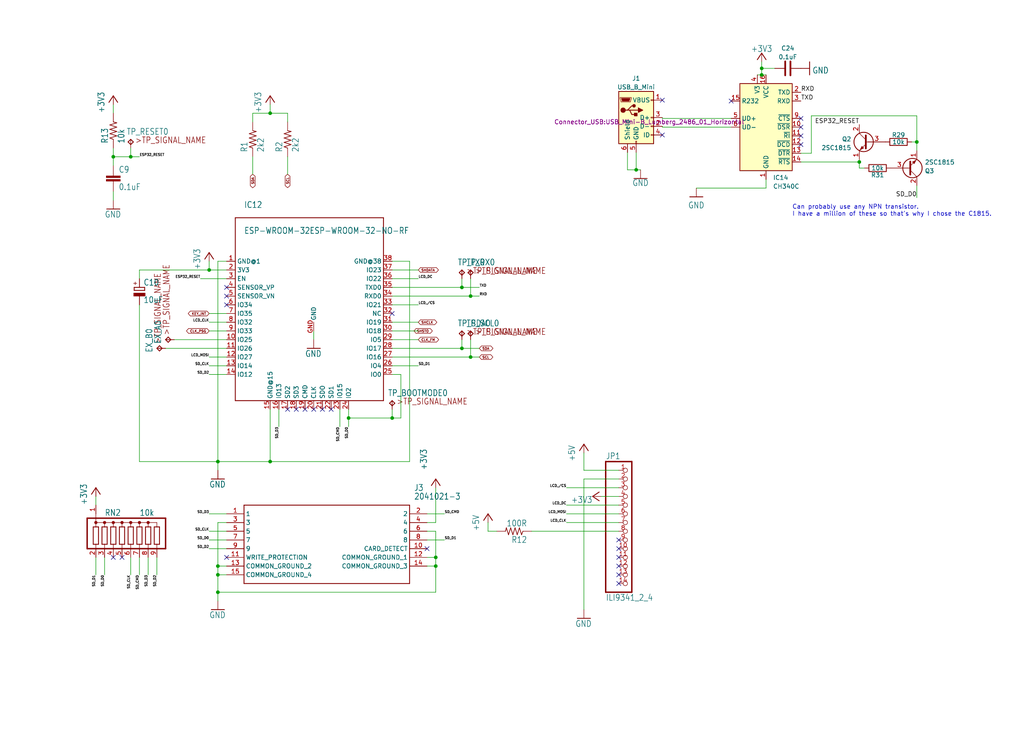
<source format=kicad_sch>
(kicad_sch (version 20230121) (generator eeschema)
  (paper "User" 298.45 217.881)
  (lib_symbols
    (symbol "Connector:USB_B_Mini" (pin_names (offset 1.016))
      (property "Reference" "J" (at -5.08 11.43 0))
      (property "Value" "USB_B_Mini" (at -5.08 8.89 0))
      (symbol "USB_B_Mini_0_1"
        (rectangle (start -5.08 -7.62) (end 5.08 7.62) (stroke (width 0.254)) (fill (type background)))
        (circle (center -3.81 2.159) (radius 0.635) (stroke (width 0.254)) (fill (type outline)))
        (circle (center -0.635 3.429) (radius 0.381) (stroke (width 0.254)) (fill (type outline)))
        (rectangle (start -0.127 -7.62) (end 0.127 -6.858))
        (polyline (pts (xy -1.905 2.159) (xy 0.635 2.159)) (stroke (width 0.254)))
        (polyline (pts (xy -3.175 2.159) (xy -2.54 2.159) (xy -1.27 3.429) (xy -0.635 3.429)) (stroke (width 0.254)))
        (polyline (pts (xy -2.54 2.159) (xy -1.905 2.159) (xy -1.27 0.889) (xy 0 0.889)) (stroke (width 0.254)))
        (polyline (pts (xy 0.635 2.794) (xy 0.635 1.524) (xy 1.905 2.159) (xy 0.635 2.794)) (stroke (width 0.254)) (fill (type outline)))
        (polyline (pts (xy -4.318 5.588) (xy -1.778 5.588) (xy -2.032 4.826) (xy -4.064 4.826) (xy -4.318 5.588)) (fill (type outline)))
        (polyline (pts (xy -4.699 5.842) (xy -4.699 5.588) (xy -4.445 4.826) (xy -4.445 4.572) (xy -1.651 4.572) (xy -1.651 4.826) (xy -1.397 5.588) (xy -1.397 5.842) (xy -4.699 5.842)))
        (rectangle (start 0.254 1.27) (end -0.508 0.508) (stroke (width 0.254)) (fill (type outline)))
        (rectangle (start 5.08 -5.207) (end 4.318 -4.953))
        (rectangle (start 5.08 -2.667) (end 4.318 -2.413))
        (rectangle (start 5.08 -0.127) (end 4.318 0.127))
        (rectangle (start 5.08 4.953) (end 4.318 5.207))
      )
      (symbol "USB_B_Mini_1_1"
        (pin power_out line (at 7.62 5.08 180) (length 2.54) (name "VBUS") (number "1"))
        (pin bidirectional line (at 7.62 -2.54 180) (length 2.54) (name "D-") (number "2"))
        (pin bidirectional line (at 7.62 0 180) (length 2.54) (name "D+") (number "3"))
        (pin passive line (at 7.62 -5.08 180) (length 2.54) (name "ID") (number "4"))
        (pin power_out line (at 0 -10.16 90) (length 2.54) (name "GND") (number "5"))
        (pin passive line (at -2.54 -10.16 90) (length 2.54) (name "Shield") (number "6"))
      )
    )
    (symbol "Device:C" (pin_numbers hide) (pin_names (offset 0.254))
      (property "Reference" "C" (at 0.635 2.54 0))
      (property "Value" "C" (at 0.635 -2.54 0))
      (symbol "C_0_1"
        (polyline (pts (xy -2.032 -0.762) (xy 2.032 -0.762)) (stroke (width 0.508)))
        (polyline (pts (xy -2.032 0.762) (xy 2.032 0.762)) (stroke (width 0.508)))
      )
      (symbol "C_1_1"
        (pin passive line (at 0 3.81 270) (length 2.794) (name "~") (number "1"))
        (pin passive line (at 0 -3.81 90) (length 2.794) (name "~") (number "2"))
      )
    )
    (symbol "Device:R" (pin_numbers hide) (pin_names (offset 0))
      (property "Reference" "R" (at 2.032 0 90))
      (property "Value" "R" (at 0 0 90))
      (symbol "R_0_1"
        (rectangle (start -1.016 -2.54) (end 1.016 2.54) (stroke (width 0.254)))
      )
      (symbol "R_1_1"
        (pin passive line (at 0 3.81 270) (length 1.27) (name "~") (number "1"))
        (pin passive line (at 0 -3.81 90) (length 1.27) (name "~") (number "2"))
      )
    )
    (symbol "Interface_USB:CH340C"
      (property "Reference" "U" (at -5.08 13.97 0))
      (property "Value" "CH340C" (at 1.27 13.97 0))
      (symbol "CH340C_0_1"
        (rectangle (start -7.62 12.7) (end 7.62 -12.7) (stroke (width 0.254)) (fill (type background)))
      )
      (symbol "CH340C_1_1"
        (pin power_in line (at 0 -15.24 90) (length 2.54) (name "GND") (number "1"))
        (pin input line (at 10.16 0 180) (length 2.54) (name "~{DSR}") (number "10"))
        (pin input line (at 10.16 -2.54 180) (length 2.54) (name "~{RI}") (number "11"))
        (pin input line (at 10.16 -5.08 180) (length 2.54) (name "~{DCD}") (number "12"))
        (pin output line (at 10.16 -7.62 180) (length 2.54) (name "~{DTR}") (number "13"))
        (pin output line (at 10.16 -10.16 180) (length 2.54) (name "~{RTS}") (number "14"))
        (pin input line (at -10.16 7.62 0) (length 2.54) (name "R232") (number "15"))
        (pin power_in line (at 0 15.24 270) (length 2.54) (name "VCC") (number "16"))
        (pin output line (at 10.16 10.16 180) (length 2.54) (name "TXD") (number "2"))
        (pin input line (at 10.16 7.62 180) (length 2.54) (name "RXD") (number "3"))
        (pin passive line (at -2.54 15.24 270) (length 2.54) (name "V3") (number "4"))
        (pin bidirectional line (at -10.16 2.54 0) (length 2.54) (name "UD+") (number "5"))
        (pin bidirectional line (at -10.16 0 0) (length 2.54) (name "UD-") (number "6"))
        (pin no_connect line (at -7.62 -7.62 0) (length 2.54) hide (name "NC") (number "7"))
        (pin no_connect line (at -7.62 -10.16 0) (length 2.54) hide (name "NC") (number "8"))
        (pin input line (at 10.16 2.54 180) (length 2.54) (name "~{CTS}") (number "9"))
      )
    )
    (symbol "MegaGRRLDesktop-eagle-import:+3V3" (power)
      (property "Value" "+3V3" (at -2.54 -5.08 90))
      (symbol "+3V3_1_0"
        (polyline (pts (xy 0 0) (xy -1.27 -1.905)) (stroke (width 0.254)))
        (polyline (pts (xy 1.27 -1.905) (xy 0 0)) (stroke (width 0.254)))
        (pin power_in line (at 0 -2.54 90) (length 2.54) (name "+3V3") (number "1"))
      )
    )
    (symbol "MegaGRRLDesktop-eagle-import:+5V" (power)
      (property "Value" "+5V" (at -2.54 -5.08 90))
      (symbol "+5V_1_0"
        (polyline (pts (xy 0 0) (xy -1.27 -1.905)) (stroke (width 0.254)))
        (polyline (pts (xy 1.27 -1.905) (xy 0 0)) (stroke (width 0.254)))
        (pin power_in line (at 0 -2.54 90) (length 2.54) (name "+5V") (number "1"))
      )
    )
    (symbol "MegaGRRLDesktop-eagle-import:2041021-3"
      (property "Reference" "J" (at 54.61 7.62 0))
      (property "Value" "2041021-3" (at 54.61 5.08 0))
      (symbol "2041021-3_1_0"
        (polyline (pts (xy 5.08 2.54) (xy 5.08 -20.32)) (stroke (width 0.254)))
        (polyline (pts (xy 5.08 2.54) (xy 53.34 2.54)) (stroke (width 0.254)))
        (polyline (pts (xy 53.34 -20.32) (xy 5.08 -20.32)) (stroke (width 0.254)))
        (polyline (pts (xy 53.34 -20.32) (xy 53.34 2.54)) (stroke (width 0.254)))
        (pin bidirectional line (at 0 0 0) (length 5.08) (name "1") (number "1"))
        (pin bidirectional line (at 58.42 -10.16 180) (length 5.08) (name "CARD_DETECT") (number "10"))
        (pin bidirectional line (at 0 -12.7 0) (length 5.08) (name "WRITE_PROTECTION") (number "11"))
        (pin bidirectional line (at 58.42 -12.7 180) (length 5.08) (name "COMMON_GROUND_1") (number "12"))
        (pin bidirectional line (at 0 -15.24 0) (length 5.08) (name "COMMON_GROUND_2") (number "13"))
        (pin bidirectional line (at 58.42 -15.24 180) (length 5.08) (name "COMMON_GROUND_3") (number "14"))
        (pin bidirectional line (at 0 -17.78 0) (length 5.08) (name "COMMON_GROUND_4") (number "15"))
        (pin bidirectional line (at 58.42 0 180) (length 5.08) (name "2") (number "2"))
        (pin bidirectional line (at 0 -2.54 0) (length 5.08) (name "3") (number "3"))
        (pin bidirectional line (at 58.42 -2.54 180) (length 5.08) (name "4") (number "4"))
        (pin bidirectional line (at 0 -5.08 0) (length 5.08) (name "5") (number "5"))
        (pin bidirectional line (at 58.42 -5.08 180) (length 5.08) (name "6") (number "6"))
        (pin bidirectional line (at 0 -7.62 0) (length 5.08) (name "7") (number "7"))
        (pin bidirectional line (at 58.42 -7.62 180) (length 5.08) (name "8") (number "8"))
        (pin bidirectional line (at 0 -10.16 0) (length 5.08) (name "9") (number "9"))
      )
    )
    (symbol "MegaGRRLDesktop-eagle-import:C-EU025-024X044"
      (property "Reference" "C" (at 1.524 0.381 0))
      (property "Value" "C-EU025-024X044" (at 1.524 -4.699 0))
      (symbol "C-EU025-024X044_1_0"
        (rectangle (start -2.032 -2.032) (end 2.032 -1.524) (fill (type outline)))
        (rectangle (start -2.032 -1.016) (end 2.032 -0.508) (fill (type outline)))
        (polyline (pts (xy 0 -2.54) (xy 0 -2.032)) (stroke (width 0.1524)))
        (polyline (pts (xy 0 0) (xy 0 -0.508)) (stroke (width 0.1524)))
        (pin passive line (at 0 2.54 270) (length 2.54) (name "1") (number "1"))
        (pin passive line (at 0 -5.08 90) (length 2.54) (name "2") (number "2"))
      )
    )
    (symbol "MegaGRRLDesktop-eagle-import:CPOL-EUE2.5-5"
      (property "Reference" "C" (at 1.143 0.4826 0))
      (property "Value" "CPOL-EUE2.5-5" (at 1.143 -4.5974 0))
      (symbol "CPOL-EUE2.5-5_1_0"
        (rectangle (start -1.651 -2.54) (end 1.651 -1.651) (fill (type outline)))
        (polyline (pts (xy -1.524 -0.889) (xy 1.524 -0.889)) (stroke (width 0.254)))
        (polyline (pts (xy -1.524 0) (xy -1.524 -0.889)) (stroke (width 0.254)))
        (polyline (pts (xy -1.524 0) (xy 1.524 0)) (stroke (width 0.254)))
        (polyline (pts (xy 1.524 -0.889) (xy 1.524 0)) (stroke (width 0.254)))
        (text "+" (at -0.5842 0.4064 900) (effects (font (size 1.27 1.0795)) (justify left bottom)))
        (pin passive line (at 0 2.54 270) (length 2.54) (name "+") (number "+"))
        (pin passive line (at 0 -5.08 90) (length 2.54) (name "-") (number "-"))
      )
    )
    (symbol "MegaGRRLDesktop-eagle-import:ESP-WROOM-32ESP-WROOM-32-NO-RF"
      (property "Reference" "U" (at -12.7 18.034 0))
      (property "Value" "ESP-WROOM-32ESP-WROOM-32-NO-RF" (at -12.7 12.446 0))
      (symbol "ESP-WROOM-32ESP-WROOM-32-NO-RF_1_0"
        (polyline (pts (xy -15.24 -38.1) (xy -15.24 15.24)) (stroke (width 0.254)))
        (polyline (pts (xy -15.24 15.24) (xy 27.94 15.24)) (stroke (width 0.254)))
        (polyline (pts (xy 27.94 -38.1) (xy -15.24 -38.1)) (stroke (width 0.254)))
        (polyline (pts (xy 27.94 15.24) (xy 27.94 -38.1)) (stroke (width 0.254)))
        (pin bidirectional line (at -17.78 2.54 0) (length 2.54) (name "GND@1") (number "1"))
        (pin bidirectional line (at -17.78 -20.32 0) (length 2.54) (name "IO25") (number "10"))
        (pin bidirectional line (at -17.78 -22.86 0) (length 2.54) (name "IO26") (number "11"))
        (pin bidirectional line (at -17.78 -25.4 0) (length 2.54) (name "IO27") (number "12"))
        (pin bidirectional line (at -17.78 -27.94 0) (length 2.54) (name "IO14") (number "13"))
        (pin bidirectional line (at -17.78 -30.48 0) (length 2.54) (name "IO12") (number "14"))
        (pin bidirectional line (at -5.08 -40.64 90) (length 2.54) (name "GND@15") (number "15"))
        (pin bidirectional line (at -2.54 -40.64 90) (length 2.54) (name "IO13") (number "16"))
        (pin bidirectional line (at 0 -40.64 90) (length 2.54) (name "SD2") (number "17"))
        (pin bidirectional line (at 2.54 -40.64 90) (length 2.54) (name "SD3") (number "18"))
        (pin bidirectional line (at 5.08 -40.64 90) (length 2.54) (name "CMD") (number "19"))
        (pin bidirectional line (at -17.78 0 0) (length 2.54) (name "3V3") (number "2"))
        (pin bidirectional line (at 7.62 -40.64 90) (length 2.54) (name "CLK") (number "20"))
        (pin bidirectional line (at 10.16 -40.64 90) (length 2.54) (name "SDO") (number "21"))
        (pin bidirectional line (at 12.7 -40.64 90) (length 2.54) (name "SD1") (number "22"))
        (pin bidirectional line (at 15.24 -40.64 90) (length 2.54) (name "IO15") (number "23"))
        (pin bidirectional line (at 17.78 -40.64 90) (length 2.54) (name "IO2") (number "24"))
        (pin bidirectional line (at 30.48 -30.48 180) (length 2.54) (name "IO0") (number "25"))
        (pin bidirectional line (at 30.48 -27.94 180) (length 2.54) (name "IO4") (number "26"))
        (pin bidirectional line (at 30.48 -25.4 180) (length 2.54) (name "IO16") (number "27"))
        (pin bidirectional line (at 30.48 -22.86 180) (length 2.54) (name "IO17") (number "28"))
        (pin bidirectional line (at 30.48 -20.32 180) (length 2.54) (name "IO5") (number "29"))
        (pin bidirectional line (at -17.78 -2.54 0) (length 2.54) (name "EN") (number "3"))
        (pin bidirectional line (at 30.48 -17.78 180) (length 2.54) (name "IO18") (number "30"))
        (pin bidirectional line (at 30.48 -15.24 180) (length 2.54) (name "IO19") (number "31"))
        (pin bidirectional line (at 30.48 -12.7 180) (length 2.54) (name "NC") (number "32"))
        (pin bidirectional line (at 30.48 -10.16 180) (length 2.54) (name "IO21") (number "33"))
        (pin bidirectional line (at 30.48 -7.62 180) (length 2.54) (name "RXD0") (number "34"))
        (pin bidirectional line (at 30.48 -5.08 180) (length 2.54) (name "TXD0") (number "35"))
        (pin bidirectional line (at 30.48 -2.54 180) (length 2.54) (name "IO22") (number "36"))
        (pin bidirectional line (at 30.48 0 180) (length 2.54) (name "IO23") (number "37"))
        (pin bidirectional line (at 30.48 2.54 180) (length 2.54) (name "GND@38") (number "38"))
        (pin bidirectional line (at -17.78 -5.08 0) (length 2.54) (name "SENSOR_VP") (number "4"))
        (pin bidirectional line (at -17.78 -7.62 0) (length 2.54) (name "SENSOR_VN") (number "5"))
        (pin bidirectional line (at -17.78 -10.16 0) (length 2.54) (name "IO34") (number "6"))
        (pin bidirectional line (at -17.78 -12.7 0) (length 2.54) (name "IO35") (number "7"))
        (pin bidirectional line (at -17.78 -15.24 0) (length 2.54) (name "IO32") (number "8"))
        (pin bidirectional line (at -17.78 -17.78 0) (length 2.54) (name "IO33") (number "9"))
        (pin bidirectional line (at 7.62 -17.78 90) (length 2.54) (name "GND") (number "GND"))
      )
    )
    (symbol "MegaGRRLDesktop-eagle-import:G08R"
      (property "Reference" "RN" (at -7.62 6.985 0))
      (property "Value" "G08R" (at 2.54 6.985 0))
      (symbol "G08R_1_0"
        (circle (center -10.16 5.08) (radius 0.254) (stroke (width 0.4064)))
        (circle (center -7.62 5.08) (radius 0.254) (stroke (width 0.4064)))
        (circle (center -5.08 5.08) (radius 0.254) (stroke (width 0.4064)))
        (circle (center -2.54 5.08) (radius 0.254) (stroke (width 0.4064)))
        (polyline (pts (xy -12.7 -2.54) (xy 10.16 -2.54)) (stroke (width 0.4064)))
        (polyline (pts (xy -12.7 6.35) (xy -12.7 -2.54)) (stroke (width 0.4064)))
        (polyline (pts (xy -12.7 6.35) (xy 10.16 6.35)) (stroke (width 0.4064)))
        (polyline (pts (xy -10.922 -1.27) (xy -10.16 -1.27)) (stroke (width 0.254)))
        (polyline (pts (xy -10.922 3.81) (xy -10.922 -1.27)) (stroke (width 0.254)))
        (polyline (pts (xy -10.16 -1.27) (xy -10.16 -2.54)) (stroke (width 0.1524)))
        (polyline (pts (xy -10.16 -1.27) (xy -9.398 -1.27)) (stroke (width 0.254)))
        (polyline (pts (xy -10.16 3.81) (xy -10.922 3.81)) (stroke (width 0.254)))
        (polyline (pts (xy -10.16 5.08) (xy -10.16 3.81)) (stroke (width 0.1524)))
        (polyline (pts (xy -10.16 5.08) (xy -10.16 7.62)) (stroke (width 0.1524)))
        (polyline (pts (xy -10.16 5.08) (xy -7.62 5.08)) (stroke (width 0.1524)))
        (polyline (pts (xy -9.398 -1.27) (xy -9.398 3.81)) (stroke (width 0.254)))
        (polyline (pts (xy -9.398 3.81) (xy -10.16 3.81)) (stroke (width 0.254)))
        (polyline (pts (xy -8.382 -1.27) (xy -7.62 -1.27)) (stroke (width 0.254)))
        (polyline (pts (xy -8.382 3.81) (xy -8.382 -1.27)) (stroke (width 0.254)))
        (polyline (pts (xy -7.62 -2.54) (xy -7.62 -1.27)) (stroke (width 0.1524)))
        (polyline (pts (xy -7.62 -1.27) (xy -6.858 -1.27)) (stroke (width 0.254)))
        (polyline (pts (xy -7.62 3.81) (xy -8.382 3.81)) (stroke (width 0.254)))
        (polyline (pts (xy -7.62 5.08) (xy -7.62 3.81)) (stroke (width 0.1524)))
        (polyline (pts (xy -7.62 5.08) (xy -5.08 5.08)) (stroke (width 0.1524)))
        (polyline (pts (xy -6.858 -1.27) (xy -6.858 3.81)) (stroke (width 0.254)))
        (polyline (pts (xy -6.858 3.81) (xy -7.62 3.81)) (stroke (width 0.254)))
        (polyline (pts (xy -5.842 -1.27) (xy -5.08 -1.27)) (stroke (width 0.254)))
        (polyline (pts (xy -5.842 3.81) (xy -5.842 -1.27)) (stroke (width 0.254)))
        (polyline (pts (xy -5.08 -2.54) (xy -5.08 -1.27)) (stroke (width 0.1524)))
        (polyline (pts (xy -5.08 -1.27) (xy -4.318 -1.27)) (stroke (width 0.254)))
        (polyline (pts (xy -5.08 3.81) (xy -5.842 3.81)) (stroke (width 0.254)))
        (polyline (pts (xy -5.08 5.08) (xy -5.08 3.81)) (stroke (width 0.1524)))
        (polyline (pts (xy -5.08 5.08) (xy -2.54 5.08)) (stroke (width 0.1524)))
        (polyline (pts (xy -4.318 -1.27) (xy -4.318 3.81)) (stroke (width 0.254)))
        (polyline (pts (xy -4.318 3.81) (xy -5.08 3.81)) (stroke (width 0.254)))
        (polyline (pts (xy -3.302 -1.27) (xy -2.54 -1.27)) (stroke (width 0.254)))
        (polyline (pts (xy -3.302 3.81) (xy -3.302 -1.27)) (stroke (width 0.254)))
        (polyline (pts (xy -2.54 -2.54) (xy -2.54 -1.27)) (stroke (width 0.1524)))
        (polyline (pts (xy -2.54 -1.27) (xy -1.778 -1.27)) (stroke (width 0.254)))
        (polyline (pts (xy -2.54 3.81) (xy -3.302 3.81)) (stroke (width 0.254)))
        (polyline (pts (xy -2.54 5.08) (xy -2.54 3.81)) (stroke (width 0.1524)))
        (polyline (pts (xy -2.54 5.08) (xy 0 5.08)) (stroke (width 0.1524)))
        (polyline (pts (xy -1.778 -1.27) (xy -1.778 3.81)) (stroke (width 0.254)))
        (polyline (pts (xy -1.778 3.81) (xy -2.54 3.81)) (stroke (width 0.254)))
        (polyline (pts (xy -0.762 -1.27) (xy 0 -1.27)) (stroke (width 0.254)))
        (polyline (pts (xy -0.762 3.81) (xy -0.762 -1.27)) (stroke (width 0.254)))
        (polyline (pts (xy 0 -2.54) (xy 0 -1.27)) (stroke (width 0.1524)))
        (polyline (pts (xy 0 -1.27) (xy 0.762 -1.27)) (stroke (width 0.254)))
        (polyline (pts (xy 0 3.81) (xy -0.762 3.81)) (stroke (width 0.254)))
        (polyline (pts (xy 0 5.08) (xy 0 3.81)) (stroke (width 0.1524)))
        (polyline (pts (xy 0 5.08) (xy 2.54 5.08)) (stroke (width 0.1524)))
        (polyline (pts (xy 0.762 -1.27) (xy 0.762 3.81)) (stroke (width 0.254)))
        (polyline (pts (xy 0.762 3.81) (xy 0 3.81)) (stroke (width 0.254)))
        (polyline (pts (xy 1.778 -1.27) (xy 2.54 -1.27)) (stroke (width 0.254)))
        (polyline (pts (xy 1.778 3.81) (xy 1.778 -1.27)) (stroke (width 0.254)))
        (polyline (pts (xy 2.54 -1.27) (xy 2.54 -2.54)) (stroke (width 0.1524)))
        (polyline (pts (xy 2.54 -1.27) (xy 3.302 -1.27)) (stroke (width 0.254)))
        (polyline (pts (xy 2.54 3.81) (xy 1.778 3.81)) (stroke (width 0.254)))
        (polyline (pts (xy 2.54 5.08) (xy 2.54 3.81)) (stroke (width 0.1524)))
        (polyline (pts (xy 2.54 5.08) (xy 5.08 5.08)) (stroke (width 0.1524)))
        (polyline (pts (xy 3.302 -1.27) (xy 3.302 3.81)) (stroke (width 0.254)))
        (polyline (pts (xy 3.302 3.81) (xy 2.54 3.81)) (stroke (width 0.254)))
        (polyline (pts (xy 4.318 -1.27) (xy 5.08 -1.27)) (stroke (width 0.254)))
        (polyline (pts (xy 4.318 3.81) (xy 4.318 -1.27)) (stroke (width 0.254)))
        (polyline (pts (xy 5.08 -2.54) (xy 5.08 -1.27)) (stroke (width 0.1524)))
        (polyline (pts (xy 5.08 -1.27) (xy 5.842 -1.27)) (stroke (width 0.254)))
        (polyline (pts (xy 5.08 3.81) (xy 4.318 3.81)) (stroke (width 0.254)))
        (polyline (pts (xy 5.08 5.08) (xy 5.08 3.81)) (stroke (width 0.1524)))
        (polyline (pts (xy 5.08 5.08) (xy 7.62 5.08)) (stroke (width 0.1524)))
        (polyline (pts (xy 5.842 -1.27) (xy 5.842 3.81)) (stroke (width 0.254)))
        (polyline (pts (xy 5.842 3.81) (xy 5.08 3.81)) (stroke (width 0.254)))
        (polyline (pts (xy 6.858 -1.27) (xy 7.62 -1.27)) (stroke (width 0.254)))
        (polyline (pts (xy 6.858 3.81) (xy 6.858 -1.27)) (stroke (width 0.254)))
        (polyline (pts (xy 7.62 -2.54) (xy 7.62 -1.27)) (stroke (width 0.1524)))
        (polyline (pts (xy 7.62 -1.27) (xy 8.382 -1.27)) (stroke (width 0.254)))
        (polyline (pts (xy 7.62 3.81) (xy 6.858 3.81)) (stroke (width 0.254)))
        (polyline (pts (xy 7.62 5.08) (xy 7.62 3.81)) (stroke (width 0.1524)))
        (polyline (pts (xy 8.382 -1.27) (xy 8.382 3.81)) (stroke (width 0.254)))
        (polyline (pts (xy 8.382 3.81) (xy 7.62 3.81)) (stroke (width 0.254)))
        (polyline (pts (xy 10.16 6.35) (xy 10.16 -2.54)) (stroke (width 0.4064)))
        (circle (center 0 5.08) (radius 0.254) (stroke (width 0.4064)))
        (circle (center 2.54 5.08) (radius 0.254) (stroke (width 0.4064)))
        (circle (center 5.08 5.08) (radius 0.254) (stroke (width 0.4064)))
        (pin passive line (at -10.16 10.16 270) (length 2.54) (name "1") (number "1"))
        (pin passive line (at -10.16 -5.08 90) (length 2.54) (name "2") (number "2"))
        (pin passive line (at -7.62 -5.08 90) (length 2.54) (name "3") (number "3"))
        (pin passive line (at -5.08 -5.08 90) (length 2.54) (name "4") (number "4"))
        (pin passive line (at -2.54 -5.08 90) (length 2.54) (name "5") (number "5"))
        (pin passive line (at 0 -5.08 90) (length 2.54) (name "6") (number "6"))
        (pin passive line (at 2.54 -5.08 90) (length 2.54) (name "7") (number "7"))
        (pin passive line (at 5.08 -5.08 90) (length 2.54) (name "8") (number "8"))
        (pin passive line (at 7.62 -5.08 90) (length 2.54) (name "9") (number "9"))
      )
    )
    (symbol "MegaGRRLDesktop-eagle-import:GND" (power)
      (property "Value" "GND" (at -2.54 -2.54 0))
      (symbol "GND_1_0"
        (polyline (pts (xy -1.905 0) (xy 1.905 0)) (stroke (width 0.254)))
        (pin power_in line (at 0 2.54 270) (length 2.54) (name "GND") (number "1"))
      )
    )
    (symbol "MegaGRRLDesktop-eagle-import:ILI9341_2_4"
      (property "Reference" "JP" (at -6.35 18.415 0))
      (property "Value" "ILI9341_2_4" (at -6.35 -22.86 0))
      (symbol "ILI9341_2_4_1_0"
        (polyline (pts (xy -6.35 -20.32) (xy 1.27 -20.32)) (stroke (width 0.4064)))
        (polyline (pts (xy -6.35 17.78) (xy -6.35 -20.32)) (stroke (width 0.4064)))
        (polyline (pts (xy 1.27 -20.32) (xy 1.27 17.78)) (stroke (width 0.4064)))
        (polyline (pts (xy 1.27 17.78) (xy -6.35 17.78)) (stroke (width 0.4064)))
        (pin passive inverted (at -2.54 15.24 0) (length 2.54) (name "1") (number "1"))
        (pin passive inverted (at -2.54 -7.62 0) (length 2.54) (name "10") (number "10"))
        (pin passive inverted (at -2.54 -10.16 0) (length 2.54) (name "11") (number "11"))
        (pin passive inverted (at -2.54 -12.7 0) (length 2.54) (name "12") (number "12"))
        (pin passive inverted (at -2.54 -15.24 0) (length 2.54) (name "13") (number "13"))
        (pin passive inverted (at -2.54 -17.78 0) (length 2.54) (name "14") (number "14"))
        (pin passive inverted (at -2.54 12.7 0) (length 2.54) (name "2") (number "2"))
        (pin passive inverted (at -2.54 10.16 0) (length 2.54) (name "3") (number "3"))
        (pin passive inverted (at -2.54 7.62 0) (length 2.54) (name "4") (number "4"))
        (pin passive inverted (at -2.54 5.08 0) (length 2.54) (name "5") (number "5"))
        (pin passive inverted (at -2.54 2.54 0) (length 2.54) (name "6") (number "6"))
        (pin passive inverted (at -2.54 0 0) (length 2.54) (name "7") (number "7"))
        (pin passive inverted (at -2.54 -2.54 0) (length 2.54) (name "8") (number "8"))
        (pin passive inverted (at -2.54 -5.08 0) (length 2.54) (name "9") (number "9"))
      )
    )
    (symbol "MegaGRRLDesktop-eagle-import:R-US_0204{slash}7"
      (property "Reference" "R" (at -3.81 1.4986 0))
      (property "Value" "R-US_0204{slash}7" (at -3.81 -3.302 0))
      (symbol "R-US_0204{slash}7_1_0"
        (polyline (pts (xy -2.54 0) (xy -2.159 1.016)) (stroke (width 0.2032)))
        (polyline (pts (xy -2.159 1.016) (xy -1.524 -1.016)) (stroke (width 0.2032)))
        (polyline (pts (xy -1.524 -1.016) (xy -0.889 1.016)) (stroke (width 0.2032)))
        (polyline (pts (xy -0.889 1.016) (xy -0.254 -1.016)) (stroke (width 0.2032)))
        (polyline (pts (xy -0.254 -1.016) (xy 0.381 1.016)) (stroke (width 0.2032)))
        (polyline (pts (xy 0.381 1.016) (xy 1.016 -1.016)) (stroke (width 0.2032)))
        (polyline (pts (xy 1.016 -1.016) (xy 1.651 1.016)) (stroke (width 0.2032)))
        (polyline (pts (xy 1.651 1.016) (xy 2.286 -1.016)) (stroke (width 0.2032)))
        (polyline (pts (xy 2.286 -1.016) (xy 2.54 0)) (stroke (width 0.2032)))
        (pin passive line (at -5.08 0 0) (length 2.54) (name "1") (number "1"))
        (pin passive line (at 5.08 0 180) (length 2.54) (name "2") (number "2"))
      )
    )
    (symbol "MegaGRRLDesktop-eagle-import:TPB1,27"
      (property "Reference" "TP" (at -1.27 1.27 0))
      (symbol "TPB1,27_1_0"
        (polyline (pts (xy -0.762 -0.762) (xy 0 0)) (stroke (width 0.254)))
        (polyline (pts (xy 0 -1.524) (xy -0.762 -0.762)) (stroke (width 0.254)))
        (polyline (pts (xy 0 0) (xy 0.762 -0.762)) (stroke (width 0.254)))
        (polyline (pts (xy 0.762 -0.762) (xy 0 -1.524)) (stroke (width 0.254)))
        (text ">TP_SIGNAL_NAME" (at 1.27 -1.27 0) (effects (font (size 1.778 1.5113)) (justify left bottom)))
        (pin input line (at 0 -2.54 90) (length 2.54) (name "TP") (number "TP"))
      )
    )
    (symbol "Transistor_BJT:2SC1815" (pin_names (offset 0) hide)
      (property "Reference" "Q" (at 5.08 1.905 0))
      (property "Value" "2SC1815" (at 5.08 0 0))
      (symbol "2SC1815_0_1"
        (polyline (pts (xy 0 0) (xy 0.508 0)))
        (polyline (pts (xy 0.635 0.635) (xy 2.54 2.54)))
        (polyline (pts (xy 0.635 -0.635) (xy 2.54 -2.54) (xy 2.54 -2.54)))
        (polyline (pts (xy 0.635 1.905) (xy 0.635 -1.905) (xy 0.635 -1.905)) (stroke (width 0.508)))
        (polyline (pts (xy 1.27 -1.778) (xy 1.778 -1.27) (xy 2.286 -2.286) (xy 1.27 -1.778) (xy 1.27 -1.778)) (fill (type outline)))
        (circle (center 1.27 0) (radius 2.8194) (stroke (width 0.254)))
      )
      (symbol "2SC1815_1_1"
        (pin passive line (at 2.54 -5.08 90) (length 2.54) (name "E") (number "1"))
        (pin passive line (at 2.54 5.08 270) (length 2.54) (name "C") (number "2"))
        (pin input line (at -5.08 0 0) (length 5.08) (name "B") (number "3"))
      )
    )
  )
  (junction (at 127 162.56))
  (junction (at 63.5 167.64))
  (junction (at 250.444 47.244))
  (junction (at 221.996 21.844))
  (junction (at 267.208 41.402))
  (junction (at 63.5 134.62))
  (junction (at 185.42 49.53))
  (junction (at 127 165.1))
  (junction (at 134.62 101.6))
  (junction (at 38.1 45.72))
  (junction (at 63.5 165.1))
  (junction (at 134.62 83.82))
  (junction (at 60.96 78.74))
  (junction (at 114.3 121.92))
  (junction (at 63.5 172.72))
  (junction (at 78.74 134.62))
  (junction (at 33.02 45.72))
  (junction (at 221.996 19.939))
  (junction (at 137.16 86.36))
  (junction (at 137.16 104.14))
  (junction (at 78.74 33.02))
  (junction (at 101.6 121.92))
  (no_connect (at 33.02 162.56))
  (no_connect (at 66.04 88.9))
  (no_connect (at 66.04 86.36))
  (no_connect (at 66.04 83.82))
  (no_connect (at 96.52 119.38))
  (no_connect (at 93.98 119.38))
  (no_connect (at 91.44 119.38))
  (no_connect (at 88.9 119.38))
  (no_connect (at 86.36 119.38))
  (no_connect (at 83.82 119.38))
  (no_connect (at 114.3 91.44))
  (no_connect (at 180.34 165.1))
  (no_connect (at 180.34 162.56))
  (no_connect (at 180.34 160.02))
  (no_connect (at 180.34 157.48))
  (no_connect (at 180.34 170.18))
  (no_connect (at 180.34 167.64))
  (no_connect (at 193.04 29.21))
  (no_connect (at 193.04 39.37))
  (no_connect (at 66.04 162.56))
  (no_connect (at 124.46 160.02))
  (no_connect (at 35.56 162.56))
  (no_connect (at 233.426 37.084))
  (no_connect (at 233.426 34.544))
  (no_connect (at 233.426 39.624))
  (no_connect (at 213.106 29.464))
  (no_connect (at 233.426 42.164))
  (wire (pts (xy 124.46 162.56) (xy 127 162.56)))
  (wire (pts (xy 40.64 88.9) (xy 40.64 134.62)))
  (wire (pts (xy 48.26 101.6) (xy 66.04 101.6)))
  (wire (pts (xy 63.5 134.62) (xy 63.5 137.16)))
  (wire (pts (xy 43.18 162.56) (xy 43.18 167.64)))
  (wire (pts (xy 66.04 106.68) (xy 60.96 106.68)))
  (wire (pts (xy 134.62 99.06) (xy 134.62 101.6)))
  (wire (pts (xy 45.72 162.56) (xy 45.72 167.64)))
  (wire (pts (xy 134.62 101.6) (xy 139.7 101.6)))
  (wire (pts (xy 180.34 149.86) (xy 165.1 149.86)))
  (wire (pts (xy 267.208 54.102) (xy 267.208 57.658)))
  (wire (pts (xy 137.16 86.36) (xy 139.7 86.36)))
  (wire (pts (xy 33.02 43.18) (xy 33.02 45.72)))
  (wire (pts (xy 221.996 18.034) (xy 221.996 19.939)))
  (wire (pts (xy 134.62 81.28) (xy 134.62 83.82)))
  (wire (pts (xy 101.6 119.38) (xy 101.6 121.92)))
  (wire (pts (xy 221.996 19.939) (xy 225.806 19.939)))
  (wire (pts (xy 63.5 172.72) (xy 63.5 175.26)))
  (wire (pts (xy 236.474 33.782) (xy 267.208 33.782)))
  (wire (pts (xy 83.82 33.02) (xy 83.82 35.56)))
  (wire (pts (xy 30.48 162.56) (xy 30.48 167.64)))
  (wire (pts (xy 114.3 76.2) (xy 119.38 76.2)))
  (wire (pts (xy 114.3 83.82) (xy 134.62 83.82)))
  (wire (pts (xy 66.04 91.44) (xy 60.96 91.44)))
  (wire (pts (xy 180.34 147.32) (xy 165.1 147.32)))
  (wire (pts (xy 170.18 137.16) (xy 170.18 132.08)))
  (wire (pts (xy 27.94 162.56) (xy 27.94 167.64)))
  (wire (pts (xy 66.04 167.64) (xy 63.5 167.64)))
  (wire (pts (xy 137.16 104.14) (xy 139.7 104.14)))
  (wire (pts (xy 267.208 41.402) (xy 267.208 43.942)))
  (wire (pts (xy 91.44 96.52) (xy 91.44 99.06)))
  (wire (pts (xy 267.208 33.782) (xy 267.208 41.402)))
  (wire (pts (xy 137.16 99.06) (xy 137.16 104.14)))
  (wire (pts (xy 124.46 149.86) (xy 129.54 149.86)))
  (wire (pts (xy 180.34 144.78) (xy 175.26 144.78)))
  (wire (pts (xy 33.02 55.88) (xy 33.02 58.42)))
  (wire (pts (xy 114.3 86.36) (xy 137.16 86.36)))
  (wire (pts (xy 221.996 21.844) (xy 223.266 21.844)))
  (wire (pts (xy 66.04 165.1) (xy 63.5 165.1)))
  (wire (pts (xy 114.3 93.98) (xy 121.92 93.98)))
  (wire (pts (xy 127 152.4) (xy 127 142.24)))
  (wire (pts (xy 250.444 47.244) (xy 250.444 46.482)))
  (wire (pts (xy 114.3 119.38) (xy 114.3 121.92)))
  (wire (pts (xy 193.04 34.29) (xy 193.04 34.544)))
  (wire (pts (xy 114.3 81.28) (xy 121.92 81.28)))
  (wire (pts (xy 63.5 152.4) (xy 63.5 165.1)))
  (wire (pts (xy 66.04 149.86) (xy 60.96 149.86)))
  (wire (pts (xy 38.1 43.18) (xy 38.1 45.72)))
  (wire (pts (xy 58.42 81.28) (xy 66.04 81.28)))
  (wire (pts (xy 193.04 37.084) (xy 213.106 37.084)))
  (wire (pts (xy 50.8 99.06) (xy 66.04 99.06)))
  (wire (pts (xy 144.78 154.94) (xy 142.24 154.94)))
  (wire (pts (xy 119.38 134.62) (xy 119.38 76.2)))
  (wire (pts (xy 127 172.72) (xy 63.5 172.72)))
  (wire (pts (xy 220.726 21.844) (xy 221.996 21.844)))
  (wire (pts (xy 180.34 152.4) (xy 165.1 152.4)))
  (wire (pts (xy 180.34 142.24) (xy 165.1 142.24)))
  (wire (pts (xy 182.88 44.45) (xy 182.88 49.53)))
  (wire (pts (xy 137.16 81.28) (xy 137.16 86.36)))
  (wire (pts (xy 63.5 167.64) (xy 63.5 172.72)))
  (wire (pts (xy 78.74 33.02) (xy 83.82 33.02)))
  (wire (pts (xy 83.82 45.72) (xy 83.82 50.8)))
  (wire (pts (xy 142.24 154.94) (xy 142.24 152.4)))
  (wire (pts (xy 223.266 52.324) (xy 223.266 54.864)))
  (wire (pts (xy 180.34 139.7) (xy 170.18 139.7)))
  (wire (pts (xy 202.946 54.864) (xy 223.266 54.864)))
  (wire (pts (xy 124.46 152.4) (xy 127 152.4)))
  (wire (pts (xy 101.6 121.92) (xy 114.3 121.92)))
  (wire (pts (xy 127 165.1) (xy 127 172.72)))
  (wire (pts (xy 60.96 76.2) (xy 60.96 78.74)))
  (wire (pts (xy 101.6 121.92) (xy 101.6 124.46)))
  (wire (pts (xy 233.426 47.244) (xy 250.444 47.244)))
  (wire (pts (xy 124.46 154.94) (xy 127 154.94)))
  (wire (pts (xy 267.208 41.402) (xy 265.684 41.402)))
  (wire (pts (xy 78.74 119.38) (xy 78.74 134.62)))
  (wire (pts (xy 185.42 44.45) (xy 185.42 49.53)))
  (wire (pts (xy 33.02 33.02) (xy 33.02 30.48)))
  (wire (pts (xy 124.46 157.48) (xy 129.54 157.48)))
  (wire (pts (xy 99.06 119.38) (xy 99.06 124.46)))
  (wire (pts (xy 73.66 35.56) (xy 73.66 33.02)))
  (wire (pts (xy 38.1 162.56) (xy 38.1 167.64)))
  (wire (pts (xy 185.42 49.53) (xy 182.88 49.53)))
  (wire (pts (xy 40.64 134.62) (xy 63.5 134.62)))
  (wire (pts (xy 180.34 154.94) (xy 154.94 154.94)))
  (wire (pts (xy 78.74 134.62) (xy 119.38 134.62)))
  (wire (pts (xy 114.3 101.6) (xy 134.62 101.6)))
  (wire (pts (xy 73.66 33.02) (xy 78.74 33.02)))
  (wire (pts (xy 233.426 44.704) (xy 236.474 44.704)))
  (wire (pts (xy 66.04 76.2) (xy 63.5 76.2)))
  (wire (pts (xy 221.996 19.939) (xy 221.996 21.844)))
  (wire (pts (xy 193.04 37.084) (xy 193.04 36.83)))
  (wire (pts (xy 66.04 157.48) (xy 60.96 157.48)))
  (wire (pts (xy 124.46 165.1) (xy 127 165.1)))
  (wire (pts (xy 114.3 78.74) (xy 121.92 78.74)))
  (wire (pts (xy 114.3 104.14) (xy 137.16 104.14)))
  (wire (pts (xy 40.64 78.74) (xy 60.96 78.74)))
  (wire (pts (xy 250.444 49.022) (xy 250.444 47.244)))
  (wire (pts (xy 114.3 96.52) (xy 121.92 96.52)))
  (wire (pts (xy 116.84 121.92) (xy 116.84 109.22)))
  (wire (pts (xy 66.04 109.22) (xy 60.96 109.22)))
  (wire (pts (xy 193.04 34.544) (xy 213.106 34.544)))
  (wire (pts (xy 114.3 106.68) (xy 121.92 106.68)))
  (wire (pts (xy 63.5 76.2) (xy 63.5 134.62)))
  (wire (pts (xy 63.5 165.1) (xy 63.5 167.64)))
  (wire (pts (xy 73.66 45.72) (xy 73.66 50.8)))
  (wire (pts (xy 127 162.56) (xy 127 165.1)))
  (wire (pts (xy 180.34 137.16) (xy 170.18 137.16)))
  (wire (pts (xy 251.968 49.022) (xy 250.444 49.022)))
  (wire (pts (xy 236.474 44.704) (xy 236.474 33.782)))
  (wire (pts (xy 66.04 104.14) (xy 60.96 104.14)))
  (wire (pts (xy 134.62 83.82) (xy 139.7 83.82)))
  (wire (pts (xy 66.04 154.94) (xy 60.96 154.94)))
  (wire (pts (xy 27.94 144.78) (xy 27.94 147.32)))
  (wire (pts (xy 66.04 152.4) (xy 63.5 152.4)))
  (wire (pts (xy 66.04 96.52) (xy 60.96 96.52)))
  (wire (pts (xy 186.69 49.53) (xy 185.42 49.53)))
  (wire (pts (xy 170.18 139.7) (xy 170.18 177.8)))
  (wire (pts (xy 40.64 81.28) (xy 40.64 78.74)))
  (wire (pts (xy 33.02 45.72) (xy 33.02 48.26)))
  (wire (pts (xy 66.04 160.02) (xy 60.96 160.02)))
  (wire (pts (xy 114.3 88.9) (xy 121.92 88.9)))
  (wire (pts (xy 33.02 45.72) (xy 38.1 45.72)))
  (wire (pts (xy 114.3 99.06) (xy 121.92 99.06)))
  (wire (pts (xy 38.1 45.72) (xy 40.64 45.72)))
  (wire (pts (xy 78.74 134.62) (xy 63.5 134.62)))
  (wire (pts (xy 116.84 109.22) (xy 114.3 109.22)))
  (wire (pts (xy 127 154.94) (xy 127 162.56)))
  (wire (pts (xy 66.04 93.98) (xy 60.96 93.98)))
  (wire (pts (xy 114.3 121.92) (xy 116.84 121.92)))
  (wire (pts (xy 66.04 78.74) (xy 60.96 78.74)))
  (wire (pts (xy 78.74 33.02) (xy 78.74 30.48)))
  (wire (pts (xy 40.64 162.56) (xy 40.64 167.64)))
  (wire (pts (xy 81.28 119.38) (xy 81.28 124.46)))
  (text "Can probably use any NPN transistor.\nI have a million of these so that's why I chose the C1815." (at 230.886 63.246 0) (effects (font (size 1.27 1.27)) (justify left bottom)))
  (label "ESP32_RESET" (at 58.42 81.28 180) (effects (font (size 0.7112 0.7112))))
  (label "SD_D0" (at 30.48 167.64 270) (effects (font (size 0.7112 0.7112))))
  (label "SD_D1" (at 121.92 106.68 0) (effects (font (size 0.7112 0.7112))))
  (label "SD_CLK" (at 38.1 167.64 270) (effects (font (size 0.7112 0.7112))))
  (label "LCD_CLK" (at 165.1 152.4 180) (effects (font (size 0.7112 0.7112))))
  (label "SD_CMD" (at 99.06 124.46 270) (effects (font (size 0.7112 0.7112))))
  (label "SD_CLK" (at 60.96 106.68 180) (effects (font (size 0.7112 0.7112))))
  (label "RXD" (at 139.7 86.36 0) (effects (font (size 0.7112 0.7112))))
  (label "SD_D1" (at 129.54 157.48 0) (effects (font (size 0.7112 0.7112))))
  (label "SD_D0" (at 60.96 157.48 180) (effects (font (size 0.7112 0.7112))))
  (label "LCD_MOSI" (at 165.1 149.86 180) (effects (font (size 0.7112 0.7112))))
  (label "LCD_CLK" (at 60.96 93.98 180) (effects (font (size 0.7112 0.7112))))
  (label "LCD_/CS" (at 165.1 142.24 180) (effects (font (size 0.7112 0.7112))))
  (label "SD_D1" (at 27.94 167.64 270) (effects (font (size 0.7112 0.7112))))
  (label "SD_D2" (at 60.96 109.22 180) (effects (font (size 0.7112 0.7112))))
  (label "ESP32_RESET" (at 40.64 45.72 0) (effects (font (size 0.7112 0.7112))))
  (label "SD_D3" (at 81.28 124.46 270) (effects (font (size 0.7112 0.7112))))
  (label "SD_CMD" (at 129.54 149.86 0) (effects (font (size 0.7112 0.7112))))
  (label "SD_D0" (at 267.208 57.658 180))
  (label "LCD_MOSI" (at 60.96 104.14 180) (effects (font (size 0.7112 0.7112))))
  (label "LCD_DC" (at 121.92 81.28 0) (effects (font (size 0.7112 0.7112))))
  (label "TXD" (at 139.7 83.82 0) (effects (font (size 0.7112 0.7112))))
  (label "SD_D2" (at 45.72 167.64 270) (effects (font (size 0.7112 0.7112))))
  (label "SD_D3" (at 60.96 149.86 180) (effects (font (size 0.7112 0.7112))))
  (label "SD_D3" (at 43.18 167.64 270) (effects (font (size 0.7112 0.7112))))
  (label "TXD" (at 233.426 29.464 0))
  (label "SD_CLK" (at 60.96 154.94 180) (effects (font (size 0.7112 0.7112))))
  (label "SD_D2" (at 60.96 160.02 180) (effects (font (size 0.7112 0.7112))))
  (label "SD_CMD" (at 40.64 167.64 270) (effects (font (size 0.7112 0.7112))))
  (label "RXD" (at 233.426 26.924 0))
  (label "SD_D0" (at 101.6 124.46 270) (effects (font (size 0.7112 0.7112))))
  (label "LCD_/CS" (at 121.92 88.9 0) (effects (font (size 0.7112 0.7112))))
  (label "LCD_DC" (at 165.1 147.32 180) (effects (font (size 0.7112 0.7112))))
  (label "ESP32_RESET" (at 250.444 36.322 180))
  (global_label "CLK_PSG" (shape bidirectional) (at 60.96 96.52 180) (effects (font (size 0.7112 0.7112))) (property "Intersheetrefs" "${INTERSHEET_REFS}" (effects hide)))
  (global_label "SDA" (shape bidirectional) (at 73.66 50.8 270) (effects (font (size 0.7112 0.7112))) (property "Intersheetrefs" "${INTERSHEET_REFS}" (effects hide)))
  (global_label "SHCLK" (shape bidirectional) (at 121.92 93.98 0) (effects (font (size 0.7112 0.7112))) (property "Intersheetrefs" "${INTERSHEET_REFS}" (effects hide)))
  (global_label "SHDATA" (shape bidirectional) (at 121.92 78.74 0) (effects (font (size 0.7112 0.7112))) (property "Intersheetrefs" "${INTERSHEET_REFS}" (effects hide)))
  (global_label "SDA" (shape bidirectional) (at 139.7 101.6 0) (effects (font (size 0.7112 0.7112))) (property "Intersheetrefs" "${INTERSHEET_REFS}" (effects hide)))
  (global_label "CLK_FM" (shape bidirectional) (at 121.92 99.06 0) (effects (font (size 0.7112 0.7112))) (property "Intersheetrefs" "${INTERSHEET_REFS}" (effects hide)))
  (global_label "SCL" (shape bidirectional) (at 83.82 50.8 270) (effects (font (size 0.7112 0.7112))) (property "Intersheetrefs" "${INTERSHEET_REFS}" (effects hide)))
  (global_label "SCL" (shape bidirectional) (at 139.7 104.14 0) (effects (font (size 0.7112 0.7112))) (property "Intersheetrefs" "${INTERSHEET_REFS}" (effects hide)))
  (global_label "KEY_INT" (shape bidirectional) (at 60.96 91.44 180) (effects (font (size 0.7112 0.7112))) (property "Intersheetrefs" "${INTERSHEET_REFS}" (effects hide)))
  (global_label "SHSTO" (shape bidirectional) (at 120.65 96.52 0) (effects (font (size 0.7112 0.7112))) (property "Intersheetrefs" "${INTERSHEET_REFS}" (effects hide)))
  (symbol (lib_id "MegaGRRLDesktop-eagle-import:+3V3") (at 33.02 27.94 0) (unit 1)
    (property "Reference" "#+3V04" (effects hide))
    (property "Value" "+3V3" (at 30.48 33.02 90) (effects (font (size 1.778 1.5113)) (justify left bottom)))
    (property "Footprint" "MegaGRRLDesktop:" (effects hide))
  )
  (symbol (lib_id "MegaGRRLDesktop-eagle-import:GND") (at 202.946 57.404 0) (unit 1)
    (property "Reference" "#GND0102" (effects hide))
    (property "Value" "GND" (at 202.946 59.866 0) (effects (font (size 1.778 1.5113))))
    (property "Footprint" "MegaGRRLDesktop:" (effects hide))
  )
  (symbol (lib_id "MegaGRRLDesktop-eagle-import:TPB1,27") (at 137.16 96.52 0) (unit 1)
    (property "Reference" "TP_SCL0" (at 135.89 95.25 0) (effects (font (size 1.778 1.5113)) (justify left bottom)))
    (property "Value" "TPB1,27" (effects hide))
    (property "Footprint" "MegaGRRLDesktop:B1,27" (effects hide))
  )
  (symbol (lib_id "MegaGRRLDesktop-eagle-import:R-US_0204{slash}7") (at 149.86 154.94 180) (unit 1)
    (property "Reference" "R12" (at 153.67 156.4386 0) (effects (font (size 1.778 1.5113)) (justify left bottom)))
    (property "Value" "100R" (at 153.67 151.638 0) (effects (font (size 1.778 1.5113)) (justify left bottom)))
    (property "Footprint" "MegaGRRLDesktop:0204_7" (effects hide))
  )
  (symbol (lib_id "MegaGRRLDesktop-eagle-import:+3V3") (at 27.94 142.24 0) (unit 1)
    (property "Reference" "#+3V08" (effects hide))
    (property "Value" "+3V3" (at 25.4 147.32 90) (effects (font (size 1.778 1.5113)) (justify left bottom)))
    (property "Footprint" "MegaGRRLDesktop:" (effects hide))
  )
  (symbol (lib_id "Interface_USB:CH340C") (at 223.266 37.084 0) (unit 1)
    (property "Reference" "IC14" (at 225.2854 51.8144 0) (effects (justify left)))
    (property "Value" "CH340C" (at 225.2854 54.3513 0) (effects (justify left)))
    (property "Footprint" "Package_SO:SOIC-16_3.9x9.9mm_P1.27mm" (effects hide))
    (property "Datasheet" "https://datasheet.lcsc.com/szlcsc/Jiangsu-Qin-Heng-CH340C_C84681.pdf" (effects hide))
  )
  (symbol (lib_id "MegaGRRLDesktop-eagle-import:GND") (at 186.69 52.07 0) (unit 1)
    (property "Reference" "#GND0103" (effects hide))
    (property "Value" "GND" (at 186.69 53.3364 0) (effects (font (size 1.778 1.5113))))
    (property "Footprint" "MegaGRRLDesktop:" (effects hide))
  )
  (symbol (lib_id "MegaGRRLDesktop-eagle-import:R-US_0204{slash}7") (at 83.82 40.64 90) (unit 1)
    (property "Reference" "R2" (at 82.3214 44.45 0) (effects (font (size 1.778 1.5113)) (justify left bottom)))
    (property "Value" "2k2" (at 87.122 44.45 0) (effects (font (size 1.778 1.5113)) (justify left bottom)))
    (property "Footprint" "MegaGRRLDesktop:0204_7" (effects hide))
  )
  (symbol (lib_id "MegaGRRLDesktop-eagle-import:TPB1,27") (at 114.3 116.84 0) (unit 1)
    (property "Reference" "TP_BOOTMODE0" (at 113.03 115.57 0) (effects (font (size 1.778 1.5113)) (justify left bottom)))
    (property "Value" "TPB1,27" (effects hide))
    (property "Footprint" "MegaGRRLDesktop:B1,27" (effects hide))
  )
  (symbol (lib_id "MegaGRRLDesktop-eagle-import:TPB1,27") (at 48.26 99.06 90) (unit 1)
    (property "Reference" "EX_A0" (at 46.99 100.33 0) (effects (font (size 1.778 1.5113)) (justify left bottom)))
    (property "Value" "TPB1,27" (effects hide))
    (property "Footprint" "MegaGRRLDesktop:B1,27" (effects hide))
  )
  (symbol (lib_id "MegaGRRLDesktop-eagle-import:GND") (at 63.5 139.7 0) (unit 1)
    (property "Reference" "#GND012" (effects hide))
    (property "Value" "GND" (at 60.96 142.24 0) (effects (font (size 1.778 1.5113)) (justify left bottom)))
    (property "Footprint" "MegaGRRLDesktop:" (effects hide))
  )
  (symbol (lib_id "Device:C") (at 229.616 19.939 90) (unit 1)
    (property "Reference" "C24" (at 229.616 14.0802 90))
    (property "Value" "0.1uF" (at 229.616 16.6171 90))
    (property "Footprint" "MegaGRRLDesktop:C025-024X044" (effects hide))
  )
  (symbol (lib_id "MegaGRRLDesktop-eagle-import:TPB1,27") (at 137.16 78.74 0) (unit 1)
    (property "Reference" "TP_RX0" (at 135.89 77.47 0) (effects (font (size 1.778 1.5113)) (justify left bottom)))
    (property "Value" "TPB1,27" (effects hide))
    (property "Footprint" "MegaGRRLDesktop:B1,27" (effects hide))
  )
  (symbol (lib_id "MegaGRRLDesktop-eagle-import:G08R") (at 38.1 157.48 0) (unit 1)
    (property "Reference" "RN2" (at 30.48 150.495 0) (effects (font (size 1.778 1.5113)) (justify left bottom)))
    (property "Value" "10k" (at 40.64 150.495 0) (effects (font (size 1.778 1.5113)) (justify left bottom)))
    (property "Footprint" "MegaGRRLDesktop:SIL9" (effects hide))
  )
  (symbol (lib_id "MegaGRRLDesktop-eagle-import:+3V3") (at 221.996 15.494 0) (unit 1)
    (property "Reference" "#+3V0101" (effects hide))
    (property "Value" "+3V3" (at 221.996 14.2276 0) (effects (font (size 1.778 1.5113))))
    (property "Footprint" "MegaGRRLDesktop:" (effects hide))
  )
  (symbol (lib_id "MegaGRRLDesktop-eagle-import:GND") (at 33.02 60.96 0) (unit 1)
    (property "Reference" "#GND011" (effects hide))
    (property "Value" "GND" (at 30.48 63.5 0) (effects (font (size 1.778 1.5113)) (justify left bottom)))
    (property "Footprint" "MegaGRRLDesktop:" (effects hide))
  )
  (symbol (lib_id "MegaGRRLDesktop-eagle-import:TPB1,27") (at 45.72 101.6 90) (unit 1)
    (property "Reference" "EX_B0" (at 44.45 102.87 0) (effects (font (size 1.778 1.5113)) (justify left bottom)))
    (property "Value" "TPB1,27" (effects hide))
    (property "Footprint" "MegaGRRLDesktop:B1,27" (effects hide))
  )
  (symbol (lib_id "MegaGRRLDesktop-eagle-import:GND") (at 91.44 101.6 0) (unit 1)
    (property "Reference" "#GND06" (effects hide))
    (property "Value" "GND" (at 88.9 104.14 0) (effects (font (size 1.778 1.5113)) (justify left bottom)))
    (property "Footprint" "MegaGRRLDesktop:" (effects hide))
  )
  (symbol (lib_id "MegaGRRLDesktop-eagle-import:GND") (at 63.5 177.8 0) (unit 1)
    (property "Reference" "#GND020" (effects hide))
    (property "Value" "GND" (at 60.96 180.34 0) (effects (font (size 1.778 1.5113)) (justify left bottom)))
    (property "Footprint" "MegaGRRLDesktop:" (effects hide))
  )
  (symbol (lib_id "MegaGRRLDesktop-eagle-import:TPB1,27") (at 134.62 78.74 0) (unit 1)
    (property "Reference" "TP_TX0" (at 133.35 77.47 0) (effects (font (size 1.778 1.5113)) (justify left bottom)))
    (property "Value" "TPB1,27" (effects hide))
    (property "Footprint" "MegaGRRLDesktop:B1,27" (effects hide))
  )
  (symbol (lib_id "MegaGRRLDesktop-eagle-import:+5V") (at 142.24 149.86 0) (unit 1)
    (property "Reference" "#P+07" (effects hide))
    (property "Value" "+5V" (at 139.7 154.94 90) (effects (font (size 1.778 1.5113)) (justify left bottom)))
    (property "Footprint" "MegaGRRLDesktop:" (effects hide))
  )
  (symbol (lib_id "MegaGRRLDesktop-eagle-import:GND") (at 170.18 180.34 0) (unit 1)
    (property "Reference" "#GND010" (effects hide))
    (property "Value" "GND" (at 167.64 182.88 0) (effects (font (size 1.778 1.5113)) (justify left bottom)))
    (property "Footprint" "MegaGRRLDesktop:" (effects hide))
  )
  (symbol (lib_id "MegaGRRLDesktop-eagle-import:+3V3") (at 172.72 144.78 90) (unit 1)
    (property "Reference" "#+3V03" (effects hide))
    (property "Value" "+3V3" (at 172.72 144.78 90) (effects (font (size 1.778 1.5113)) (justify left bottom)))
    (property "Footprint" "MegaGRRLDesktop:" (effects hide))
  )
  (symbol (lib_id "MegaGRRLDesktop-eagle-import:TPB1,27") (at 38.1 40.64 0) (unit 1)
    (property "Reference" "TP_RESET0" (at 36.83 39.37 0) (effects (font (size 1.778 1.5113)) (justify left bottom)))
    (property "Value" "TPB1,27" (effects hide))
    (property "Footprint" "MegaGRRLDesktop:B1,27" (effects hide))
  )
  (symbol (lib_id "MegaGRRLDesktop-eagle-import:R-US_0204{slash}7") (at 73.66 40.64 90) (unit 1)
    (property "Reference" "R1" (at 72.1614 44.45 0) (effects (font (size 1.778 1.5113)) (justify left bottom)))
    (property "Value" "2k2" (at 76.962 44.45 0) (effects (font (size 1.778 1.5113)) (justify left bottom)))
    (property "Footprint" "MegaGRRLDesktop:0204_7" (effects hide))
  )
  (symbol (lib_id "MegaGRRLDesktop-eagle-import:CPOL-EUE2.5-5") (at 40.64 83.82 0) (unit 1)
    (property "Reference" "C10" (at 41.783 83.3374 0) (effects (font (size 1.778 1.5113)) (justify left bottom)))
    (property "Value" "10uF" (at 41.783 88.4174 0) (effects (font (size 1.778 1.5113)) (justify left bottom)))
    (property "Footprint" "MegaGRRLDesktop:E2,5-5" (effects hide))
  )
  (symbol (lib_id "Connector:USB_B_Mini") (at 185.42 34.29 0) (unit 1)
    (property "Reference" "J1" (at 185.42 22.86 0))
    (property "Value" "USB_B_Mini" (at 185.42 25.4 0))
    (property "Footprint" "Connector_USB:USB_Mini-B_Lumberg_2486_01_Horizontal" (at 189.23 35.56 0))
  )
  (symbol (lib_id "MegaGRRLDesktop-eagle-import:ESP-WROOM-32ESP-WROOM-32-NO-RF") (at 83.82 78.74 0) (unit 1)
    (property "Reference" "IC12" (at 71.12 60.706 0) (effects (font (size 1.778 1.5113)) (justify left bottom)))
    (property "Value" "ESP-WROOM-32ESP-WROOM-32-NO-RF" (at 71.12 66.294 0) (effects (font (size 1.778 1.5113)) (justify left top)))
    (property "Footprint" "MegaGRRLDesktop:ESP-WROOM-32-NO-RF" (effects hide))
  )
  (symbol (lib_id "Transistor_BJT:2SC1815") (at 264.668 49.022 0) (mirror x) (unit 1)
    (property "Reference" "Q3" (at 269.5194 49.8567 0) (effects (justify left)))
    (property "Value" "2SC1815" (at 269.5194 47.3198 0) (effects (justify left)))
    (property "Footprint" "Package_TO_SOT_THT:TO-92_Inline" (effects hide))
    (property "Datasheet" "https://media.digikey.com/pdf/Data%20Sheets/Toshiba%20PDFs/2SC1815.pdf" (effects hide))
  )
  (symbol (lib_id "Device:R") (at 261.874 41.402 270) (mirror x) (unit 1)
    (property "Reference" "R29" (at 261.874 39.37 90))
    (property "Value" "10k" (at 261.874 41.402 90))
    (property "Footprint" "MegaGRRLDesktop:0204_7" (effects hide))
  )
  (symbol (lib_id "Device:R") (at 255.778 49.022 90) (mirror x) (unit 1)
    (property "Reference" "R31" (at 255.778 51.054 90))
    (property "Value" "10k" (at 255.778 49.022 90))
    (property "Footprint" "MegaGRRLDesktop:0204_7" (effects hide))
  )
  (symbol (lib_id "MegaGRRLDesktop-eagle-import:GND") (at 235.966 19.939 90) (unit 1)
    (property "Reference" "#GND0101" (effects hide))
    (property "Value" "GND" (at 236.728 20.5368 90) (effects (font (size 1.778 1.5113)) (justify right)))
    (property "Footprint" "MegaGRRLDesktop:" (effects hide))
  )
  (symbol (lib_id "Transistor_BJT:2SC1815") (at 252.984 41.402 0) (mirror y) (unit 1)
    (property "Reference" "Q2" (at 248.1326 40.5673 0) (effects (justify left)))
    (property "Value" "2SC1815" (at 248.1326 43.1042 0) (effects (justify left)))
    (property "Footprint" "Package_TO_SOT_THT:TO-92_Inline" (effects hide))
    (property "Datasheet" "https://media.digikey.com/pdf/Data%20Sheets/Toshiba%20PDFs/2SC1815.pdf" (effects hide))
  )
  (symbol (lib_id "MegaGRRLDesktop-eagle-import:+5V") (at 170.18 129.54 0) (unit 1)
    (property "Reference" "#P+06" (effects hide))
    (property "Value" "+5V" (at 167.64 134.62 90) (effects (font (size 1.778 1.5113)) (justify left bottom)))
    (property "Footprint" "MegaGRRLDesktop:" (effects hide))
  )
  (symbol (lib_id "MegaGRRLDesktop-eagle-import:+3V3") (at 78.74 27.94 0) (unit 1)
    (property "Reference" "#+3V01" (effects hide))
    (property "Value" "+3V3" (at 76.2 33.02 90) (effects (font (size 1.778 1.5113)) (justify left bottom)))
    (property "Footprint" "MegaGRRLDesktop:" (effects hide))
  )
  (symbol (lib_id "MegaGRRLDesktop-eagle-import:+3V3") (at 60.96 73.66 0) (unit 1)
    (property "Reference" "#+3V05" (effects hide))
    (property "Value" "+3V3" (at 58.42 78.74 90) (effects (font (size 1.778 1.5113)) (justify left bottom)))
    (property "Footprint" "MegaGRRLDesktop:" (effects hide))
  )
  (symbol (lib_id "MegaGRRLDesktop-eagle-import:R-US_0204{slash}7") (at 33.02 38.1 90) (unit 1)
    (property "Reference" "R13" (at 31.5214 41.91 0) (effects (font (size 1.778 1.5113)) (justify left bottom)))
    (property "Value" "10k" (at 36.322 41.91 0) (effects (font (size 1.778 1.5113)) (justify left bottom)))
    (property "Footprint" "MegaGRRLDesktop:0204_7" (effects hide))
  )
  (symbol (lib_id "MegaGRRLDesktop-eagle-import:+3V3") (at 127 139.7 0) (unit 1)
    (property "Reference" "#+3V06" (effects hide))
    (property "Value" "+3V3" (at 124.46 137.16 90) (effects (font (size 1.778 1.5113)) (justify left bottom)))
    (property "Footprint" "MegaGRRLDesktop:" (effects hide))
  )
  (symbol (lib_id "MegaGRRLDesktop-eagle-import:ILI9341_2_4") (at 182.88 152.4 0) (unit 1)
    (property "Reference" "JP1" (at 176.53 133.985 0) (effects (font (size 1.778 1.5113)) (justify left bottom)))
    (property "Value" "ILI9341_2_4" (at 176.53 175.26 0) (effects (font (size 1.778 1.5113)) (justify left bottom)))
    (property "Footprint" "MegaGRRLDesktop:ILI9341_2_4" (effects hide))
  )
  (symbol (lib_id "MegaGRRLDesktop-eagle-import:TPB1,27") (at 134.62 96.52 0) (unit 1)
    (property "Reference" "TP_SDA0" (at 133.35 95.25 0) (effects (font (size 1.778 1.5113)) (justify left bottom)))
    (property "Value" "TPB1,27" (effects hide))
    (property "Footprint" "MegaGRRLDesktop:B1,27" (effects hide))
  )
  (symbol (lib_id "MegaGRRLDesktop-eagle-import:2041021-3") (at 66.04 149.86 0) (unit 1)
    (property "Reference" "J3" (at 120.65 142.24 0) (effects (font (size 1.778 1.5113)) (justify left)))
    (property "Value" "2041021-3" (at 120.65 144.78 0) (effects (font (size 1.778 1.5113)) (justify left)))
    (property "Footprint" "MegaGRRLDesktop:2041021-3_2" (effects hide))
  )
  (symbol (lib_id "MegaGRRLDesktop-eagle-import:C-EU025-024X044") (at 33.02 50.8 0) (unit 1)
    (property "Reference" "C9" (at 34.544 50.419 0) (effects (font (size 1.778 1.5113)) (justify left bottom)))
    (property "Value" "0.1uF" (at 34.544 55.499 0) (effects (font (size 1.778 1.5113)) (justify left bottom)))
    (property "Footprint" "MegaGRRLDesktop:C025-024X044" (effects hide))
  )
)
</source>
